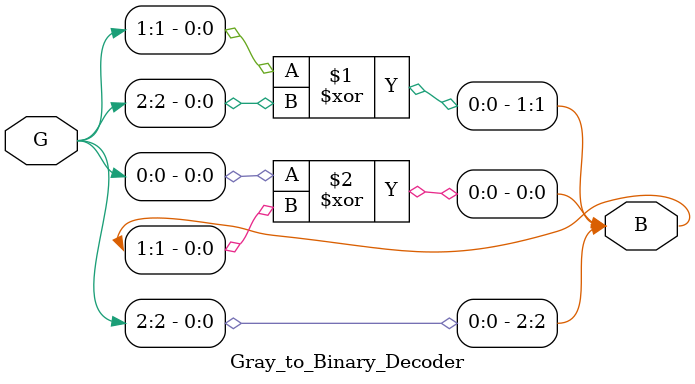
<source format=v>
module Gray_to_Binary_Decoder(input [2:0]G,
         output [2:0]B);
 assign B[2] = G[2];
 assign B[1] = G[1]^B[2];
 assign B[0] = G[0]^B[1];

endmodule
</source>
